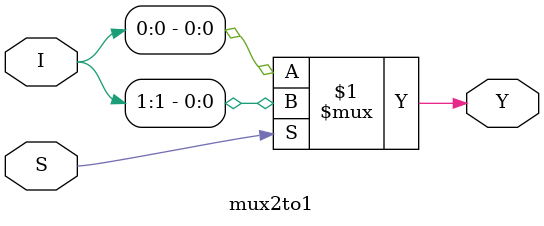
<source format=v>
`timescale 1ns / 1ps

module mux2to1(input S,
              input[1:0]I,
              output Y);
              
assign Y=(S)?I[1]:I[0];
endmodule

</source>
